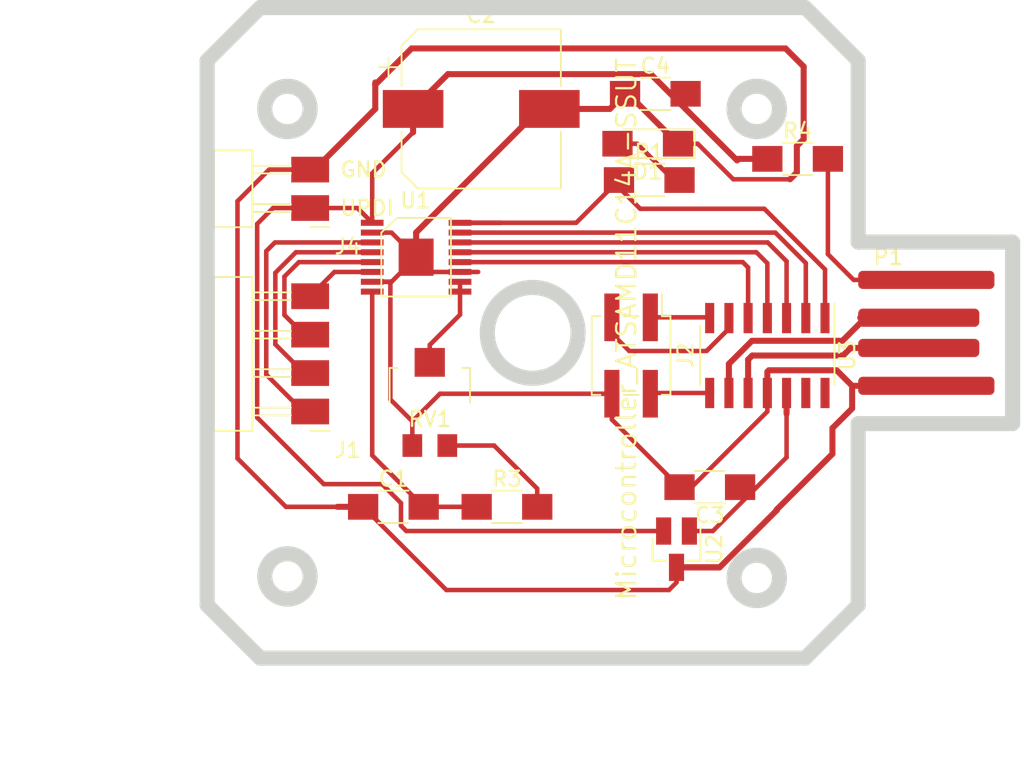
<source format=kicad_pcb>
(kicad_pcb (version 20211014) (generator pcbnew)
  (layers (0 "F.Cu" signal) (31 "B.Cu" signal) (34 "B.Paste" user) (35 "F.Paste" user) (36 "B.SilkS" user "B.Silkscreen") (37 "F.SilkS" user "F.Silkscreen") (38 "B.Mask" user) (39 "F.Mask" user) (44 "Edge.Cuts" user))
  (net 0 "")
  (net 1 "GND")
  (net 2 "+5V")
  (net 3 "+3V3")
  (net 4 "Net-(U1-Pad14)")
  (net 5 "Net-(U1-Pad12)")
  (net 6 "Net-(J2-Pad3)")
  (net 7 "Net-(J2-Pad1)")
  (net 8 "Net-(J2-Pad2)")
  (net 9 "Net-(P1-Pad2)")
  (net 10 "Net-(P1-Pad3)")
  (net 12 "Net-(R1-Pad2)")
  (net 13 "Net-(R3-Pad2)")
  (net 14 "Net-(C1-Pad2)")
  (net 15 "Net-(RV1-Pad2)")
  (net 16 "Net-(J1-Pad1)")
  (net 17 "Net-(J1-Pad2)")
  (net 18 "Net-(J1-Pad3)")
  (net 19 "Net-(J1-Pad4)")
  (net 20 "Net-(U3-Pad2)")
  (net 21 "Net-(U3-Pad4)")
  (net 22 "Net-(U3-Pad1)")
  (footprint "fab:R_1206" (layer "F.Cu") (at 63 143)
    (fp_text reference "R4" (at 0 -1.85) (layer "F.SilkS"))
    (fp_text value "0")
    (fp_line (start -1 -1.07) (end 1 -1.07) (layer "F.SilkS") (width 0.12))
    (fp_line (start 1 1.07) (end -1 1.07) (layer "F.SilkS") (width 0.12))
    (pad "1" smd rect locked (at -2 0) (size 2 1.7) (layers "F.Cu" "F.Paste" "F.Mask") (net 2 "+5V"))
    (pad "2" smd rect locked (at 2 0) (size 2 1.7) (layers "F.Cu" "F.Paste" "F.Mask") (net 2 "+5V"))
  )
  (footprint "fab:SOT-23" (layer "F.Cu") (at 55 168.8 -90)
    (fp_text reference "U2" (at 0 -2.5 90) (layer "F.SilkS"))
    (fp_text value "Regulator_Linear_LM3480-3.3V-100mA")
    (fp_line (start 0.76 -1.58) (end -1.4 -1.58) (layer "F.SilkS") (width 0.12))
    (fp_line (start 0.76 -1.58) (end 0.76 -0.65) (layer "F.SilkS") (width 0.12))
    (fp_line (start 0.76 1.58) (end 0.76 0.65) (layer "F.SilkS") (width 0.12))
    (fp_line (start 0.76 1.58) (end -0.7 1.58) (layer "F.SilkS") (width 0.12))
    (pad "1" smd rect locked (at -1.2 -0.85 270) (size 1.8 1) (layers "F.Cu" "F.Paste" "F.Mask") (net 3 "+3V3"))
    (pad "2" smd rect locked (at -1.2 0.85 270) (size 1.8 1) (layers "F.Cu" "F.Paste" "F.Mask") (net 2 "+5V"))
    (pad "3" smd rect locked (at 1.2 0 270) (size 1.8 1) (layers "F.Cu" "F.Paste" "F.Mask") (net 1 "GND"))
  )
  (footprint "fab:C_1206" (layer "F.Cu") (at 57.2 164.7 180)
    (fp_text reference "C3" (at 0 -1.85) (layer "F.SilkS"))
    (fp_text value "1uF")
    (fp_line (start 1 1.07) (end -1 1.07) (layer "F.SilkS") (width 0.12))
    (fp_line (start -1 -1.07) (end 1 -1.07) (layer "F.SilkS") (width 0.12))
    (pad "1" smd rect locked (at -2 0 180) (size 2 1.7) (layers "F.Cu" "F.Paste" "F.Mask") (net 3 "+3V3"))
    (pad "2" smd rect locked (at 2 0 180) (size 2 1.7) (layers "F.Cu" "F.Paste" "F.Mask") (net 1 "GND"))
  )
  (footprint "fab:C_1206" (layer "F.Cu") (at 36.3 166)
    (fp_text reference "C1" (at 0 -1.85) (layer "F.SilkS"))
    (fp_text value "1uF")
    (fp_line (start -1 -1.07) (end 1 -1.07) (layer "F.SilkS") (width 0.12))
    (fp_line (start 1 1.07) (end -1 1.07) (layer "F.SilkS") (width 0.12))
    (pad "1" smd rect locked (at -2 0) (size 2 1.7) (layers "F.Cu" "F.Paste" "F.Mask") (net 1 "GND"))
    (pad "2" smd rect locked (at 2 0) (size 2 1.7) (layers "F.Cu" "F.Paste" "F.Mask") (net 14 "Net-(C1-Pad2)"))
  )
  (footprint "fab:PinHeader_2x02_P2.54mm_Vertical_SMD" (layer "F.Cu") (at 52 156 -90)
    (fp_text reference "J2" (at 0 -3.6 90) (layer "F.SilkS"))
    (fp_text value "Conn_PinHeader_2x02_P2.54mm_Vertical_SMD")
    (fp_line (start -2.6 -0.51) (end -2.6 0.51) (layer "F.SilkS") (width 0.12))
    (fp_line (start -2.6 -2.6) (end -2.6 -2.03) (layer "F.SilkS") (width 0.12))
    (fp_line (start 2.6 -0.51) (end 2.6 0.51) (layer "F.SilkS") (width 0.12))
    (fp_line (start 2.6 -2.6) (end 2.6 -2.03) (layer "F.SilkS") (width 0.12))
    (fp_line (start -2.6 2.6) (end 2.6 2.6) (layer "F.SilkS") (width 0.12))
    (fp_line (start -2.6 -2.6) (end 2.6 -2.6) (layer "F.SilkS") (width 0.12))
    (fp_line (start 2.6 2.03) (end 2.6 2.6) (layer "F.SilkS") (width 0.12))
    (fp_line (start -4.04 -2.03) (end -2.6 -2.03) (layer "F.SilkS") (width 0.12))
    (fp_line (start -2.6 2.03) (end -2.6 2.6) (layer "F.SilkS") (width 0.12))
    (pad "1" smd rect locked (at -2.525 -1.27 270) (size 3.15 1) (layers "F.Cu" "F.Paste" "F.Mask") (net 7 "Net-(J2-Pad1)"))
    (pad "2" smd rect locked (at 2.525 -1.27 270) (size 3.15 1) (layers "F.Cu" "F.Paste" "F.Mask") (net 8 "Net-(J2-Pad2)"))
    (pad "3" smd rect locked (at -2.525 1.27 270) (size 3.15 1) (layers "F.Cu" "F.Paste" "F.Mask") (net 6 "Net-(J2-Pad3)"))
    (pad "4" smd rect locked (at 2.525 1.27 270) (size 3.15 1) (layers "F.Cu" "F.Paste" "F.Mask") (net 1 "GND"))
  )
  (footprint "fab:Potentiometer_TT_Model-23_4.5x5.0x3.0mm" (layer "F.Cu") (at 38.7 159.2)
    (fp_text reference "RV1" (at 0 1) (layer "F.SilkS"))
    (fp_text value "R_POT_10K_Trimmer")
    (fp_line (start -2.65 -0.1) (end -2.65 -2.38) (layer "F.SilkS") (width 0.12))
    (fp_line (start 2.15 -2.38) (end 2.66 -2.38) (layer "F.SilkS") (width 0.12))
    (fp_line (start -2.65 -2.38) (end -2.14 -2.38) (layer "F.SilkS") (width 0.12))
    (fp_line (start 2.66 -2.38) (end 2.66 -0.1) (layer "F.SilkS") (width 0.12))
    (pad "1" smd rect locked (at 1.16 2.75) (size 1.3 1.5) (layers "F.Cu" "F.Paste" "F.Mask") (net 13 "Net-(R3-Pad2)"))
    (pad "2" smd rect locked (at 0 -2.75) (size 2 1.9) (layers "F.Cu" "F.Paste" "F.Mask") (net 15 "Net-(RV1-Pad2)"))
    (pad "3" smd rect locked (at -1.15 2.75) (size 1.3 1.5) (layers "F.Cu" "F.Paste" "F.Mask") (net 1 "GND"))
  )
  (footprint "fab:PinHeader_1x04_P2.54mm_Horizontal_SMD" (layer "F.Cu") (at 30.8 159.7 180)
    (fp_text reference "J1" (at -1.524 -2.54) (layer "F.SilkS") (effects (justify left)))
    (fp_text value "Conn_PinHeader_1x04_P2.54mm_Horizontal_SMD")
    (fp_line (start 3.81 7.874) (end 1.27 7.874) (layer "F.SilkS") (width 0.12))
    (fp_line (start 3.81 8.89) (end 3.81 -1.27) (layer "F.SilkS") (width 0.12))
    (fp_line (start 3.81 2.794) (end 1.27 2.794) (layer "F.SilkS") (width 0.12))
    (fp_line (start 6.35 -1.27) (end 6.35 8.89) (layer "F.SilkS") (width 0.12))
    (fp_line (start -1.27 -1.27) (end 0 -1.27) (layer "F.SilkS") (width 0.12))
    (fp_line (start 3.81 -0.254) (end 1.27 -0.254) (layer "F.SilkS") (width 0.12))
    (fp_line (start 3.81 2.286) (end 1.27 2.286) (layer "F.SilkS") (width 0.12))
    (fp_line (start 3.81 7.366) (end 1.27 7.366) (layer "F.SilkS") (width 0.12))
    (fp_line (start 3.81 5.334) (end 1.27 5.334) (layer "F.SilkS") (width 0.12))
    (fp_line (start 3.81 4.826) (end 1.27 4.826) (layer "F.SilkS") (width 0.12))
    (fp_line (start 3.81 0.254) (end 1.27 0.254) (layer "F.SilkS") (width 0.12))
    (fp_line (start 3.81 -1.27) (end 6.35 -1.27) (layer "F.SilkS") (width 0.12))
    (fp_line (start 6.35 8.89) (end 3.81 8.89) (layer "F.SilkS") (width 0.12))
    (pad "1" smd rect locked (at 0 0 180) (size 2.5 1.7) (layers "F.Cu" "F.Paste" "F.Mask") (net 16 "Net-(J1-Pad1)"))
    (pad "2" smd rect locked (at 0 2.54 180) (size 2.5 1.7) (layers "F.Cu" "F.Paste" "F.Mask") (net 17 "Net-(J1-Pad2)"))
    (pad "3" smd rect locked (at 0 5.08 180) (size 2.5 1.7) (layers "F.Cu" "F.Paste" "F.Mask") (net 18 "Net-(J1-Pad3)"))
    (pad "4" smd rect locked (at 0 7.62 180) (size 2.5 1.7) (layers "F.Cu" "F.Paste" "F.Mask") (net 19 "Net-(J1-Pad4)"))
  )
  (footprint "fab:PinHeader_UPDI_01x02_P2.54mm_Horizontal_SMD" (layer "F.Cu") (at 30.8 146.25 180)
    (fp_text reference "J4" (at -1.524 -2.54) (layer "F.SilkS") (effects (justify left)))
    (fp_text value "Conn_PinHeader_1x02_P2.54mm_Horizontal_SMD")
    (fp_text user "UPDI" (at -1.905 0) (layer "F.SilkS") (effects (justify left)))
    (fp_text user "GND" (at -1.905 2.54) (layer "F.SilkS") (effects (justify left)))
    (fp_line (start 3.81 -0.254) (end 1.27 -0.254) (layer "F.SilkS") (width 0.12))
    (fp_line (start -1.27 -1.27) (end 0 -1.27) (layer "F.SilkS") (width 0.12))
    (fp_line (start 3.81 2.286) (end 1.27 2.286) (layer "F.SilkS") (width 0.12))
    (fp_line (start 6.35 3.81) (end 3.81 3.81) (layer "F.SilkS") (width 0.12))
    (fp_line (start 3.81 3.81) (end 3.81 -1.27) (layer "F.SilkS") (width 0.12))
    (fp_line (start 6.35 -1.27) (end 6.35 3.81) (layer "F.SilkS") (width 0.12))
    (fp_line (start 3.81 0.254) (end 1.27 0.254) (layer "F.SilkS") (width 0.12))
    (fp_line (start 3.81 -1.27) (end 6.35 -1.27) (layer "F.SilkS") (width 0.12))
    (fp_line (start 3.81 2.794) (end 1.27 2.794) (layer "F.SilkS") (width 0.12))
    (pad "1" smd rect locked (at 0 0 180) (size 2.5 1.7) (layers "F.Cu" "F.Paste" "F.Mask") (net 2 "+5V"))
    (pad "2" smd rect locked (at 0 2.54 180) (size 2.5 1.7) (layers "F.Cu" "F.Paste" "F.Mask") (net 1 "GND"))
  )
  (footprint "fab:C_1206" (layer "F.Cu") (at 53.6 138.7)
    (fp_text reference "C4" (at 0 -1.85) (layer "F.SilkS"))
    (fp_text value "0.01uF")
    (fp_line (start -1 -1.07) (end 1 -1.07) (layer "F.SilkS") (width 0.12))
    (fp_line (start 1 1.07) (end -1 1.07) (layer "F.SilkS") (width 0.12))
    (pad "1" smd rect locked (at -2 0) (size 2 1.7) (layers "F.Cu" "F.Paste" "F.Mask") (net 1 "GND"))
    (pad "2" smd rect locked (at 2 0) (size 2 1.7) (layers "F.Cu" "F.Paste" "F.Mask") (net 2 "+5V"))
  )
  (footprint "fab:HTSSOP-16" (layer "F.Cu") (at 37.8 149.5)
    (fp_text reference "U1" (at -0.05 -3.75) (layer "F.SilkS"))
    (fp_text value "MotorDriver_TI_DRV8428EPPWPR")
    (fp_line (start -2.3 2.6) (end -2.3 -1.625) (layer "F.SilkS") (width 0.12))
    (fp_line (start -1.25 -2.6) (end 2.3 -2.6) (layer "F.SilkS") (width 0.12))
    (fp_line (start -2.3 -1.625) (end -1.25 -2.6) (layer "F.SilkS") (width 0.12))
    (fp_line (start 2.3 2.6) (end -2.3 2.6) (layer "F.SilkS") (width 0.12))
    (fp_line (start 2.3 -2.6) (end 2.3 2.6) (layer "F.SilkS") (width 0.12))
    (pad "1" smd rect locked (at -2.9 -2.275 270) (size 0.4 1.5) (layers "F.Cu" "F.Paste" "F.Mask") (net 2 "+5V"))
    (pad "2" smd rect locked (at -2.9 -1.625 270) (size 0.4 1.5) (layers "F.Cu" "F.Paste" "F.Mask") (net 1 "GND"))
    (pad "3" smd rect locked (at -2.9 -0.975 270) (size 0.4 1.5) (layers "F.Cu" "F.Paste" "F.Mask") (net 16 "Net-(J1-Pad1)"))
    (pad "4" smd rect locked (at -2.9 -0.325 270) (size 0.4 1.5) (layers "F.Cu" "F.Paste" "F.Mask") (net 17 "Net-(J1-Pad2)"))
    (pad "5" smd rect locked (at -2.9 0.325 270) (size 0.4 1.5) (layers "F.Cu" "F.Paste" "F.Mask") (net 18 "Net-(J1-Pad3)"))
    (pad "6" smd rect locked (at -2.9 0.975 270) (size 0.4 1.5) (layers "F.Cu" "F.Paste" "F.Mask") (net 19 "Net-(J1-Pad4)"))
    (pad "7" smd rect locked (at -2.9 1.625 270) (size 0.4 1.5) (layers "F.Cu" "F.Paste" "F.Mask") (net 1 "GND"))
    (pad "8" smd rect locked (at -2.9 2.275 270) (size 0.4 1.5) (layers "F.Cu" "F.Paste" "F.Mask") (net 14 "Net-(C1-Pad2)"))
    (pad "9" smd rect locked (at 2.9 2.275 270) (size 0.4 1.5) (layers "F.Cu" "F.Paste" "F.Mask") (net 15 "Net-(RV1-Pad2)"))
    (pad "10" smd rect locked (at 2.9 1.625 270) (size 0.4 1.5) (layers "F.Cu" "F.Paste" "F.Mask") (net 15 "Net-(RV1-Pad2)"))
    (pad "11" smd rect locked (at 2.9 0.975 270) (size 0.4 1.5) (layers "F.Cu" "F.Paste" "F.Mask") (net 1 "GND"))
    (pad "12" smd rect locked (at 2.9 0.325 270) (size 0.4 1.5) (layers "F.Cu" "F.Paste" "F.Mask") (net 5 "Net-(U1-Pad12)"))
    (pad "13" smd rect locked (at 2.9 -0.325 270) (size 0.4 1.5) (layers "F.Cu" "F.Paste" "F.Mask") (net 21 "Net-(U3-Pad4)"))
    (pad "14" smd rect locked (at 2.9 -0.975 270) (size 0.4 1.5) (layers "F.Cu" "F.Paste" "F.Mask") (net 4 "Net-(U1-Pad14)"))
    (pad "15" smd rect locked (at 2.9 -1.625 270) (size 0.4 1.5) (layers "F.Cu" "F.Paste" "F.Mask") (net 20 "Net-(U3-Pad2)"))
    (pad "16" smd rect locked (at 2.9 -2.275 270) (size 0.4 1.5) (layers "F.Cu" "F.Paste" "F.Mask") (net 22 "Net-(U3-Pad1)"))
    (pad "17" smd rect locked (at 0 0 270) (size 2.46 2.31) (layers "F.Cu" "F.Paste" "F.Mask") (net 1 "GND"))
  )
  (footprint "fab:SOIC-14_3.9x8.7mm_P1.27mm" (layer "F.Cu") (at 61 156 -90)
    (fp_text reference "U3" (at 0 -5.28 90) (layer "F.SilkS"))
    (fp_text value "Microcontroller_ATSAMD11C14A-SSUT" (at -1.736522 9.301775 90) (layer "F.SilkS") (effects (font (size 1.27 1.27))))
    (fp_line (start 0 4.435) (end 1.95 4.435) (layer "F.SilkS") (width 0.12))
    (fp_line (start 0 -4.435) (end 1.95 -4.435) (layer "F.SilkS") (width 0.12))
    (fp_line (start 0 -4.435) (end -3.45 -4.435) (layer "F.SilkS") (width 0.12))
    (fp_line (start 0 4.435) (end -1.95 4.435) (layer "F.SilkS") (width 0.12))
    (pad "1" smd rect locked (at -2.475 -3.81 270) (size 2 0.6) (layers "F.Cu" "F.Paste" "F.Mask") (net 22 "Net-(U3-Pad1)"))
    (pad "2" smd rect locked (at -2.475 -2.54 270) (size 2 0.6) (layers "F.Cu" "F.Paste" "F.Mask") (net 20 "Net-(U3-Pad2)"))
    (pad "3" smd rect locked (at -2.475 -1.27 270) (size 2 0.6) (layers "F.Cu" "F.Paste" "F.Mask") (net 4 "Net-(U1-Pad14)"))
    (pad "4" smd rect locked (at -2.475 0 270) (size 2 0.6) (layers "F.Cu" "F.Paste" "F.Mask") (net 21 "Net-(U3-Pad4)"))
    (pad "5" smd rect locked (at -2.475 1.27 270) (size 2 0.6) (layers "F.Cu" "F.Paste" "F.Mask") (net 5 "Net-(U1-Pad12)"))
    (pad "6" smd rect locked (at -2.475 2.54 270) (size 2 0.6) (layers "F.Cu" "F.Paste" "F.Mask") (net 6 "Net-(J2-Pad3)"))
    (pad "7" smd rect locked (at -2.475 3.81 270) (size 2 0.6) (layers "F.Cu" "F.Paste" "F.Mask") (net 7 "Net-(J2-Pad1)"))
    (pad "8" smd rect locked (at 2.475 3.81 270) (size 2 0.6) (layers "F.Cu" "F.Paste" "F.Mask") (net 8 "Net-(J2-Pad2)"))
    (pad "9" smd rect locked (at 2.475 2.54 270) (size 2 0.6) (layers "F.Cu" "F.Paste" "F.Mask") (net 9 "Net-(P1-Pad2)"))
    (pad "10" smd rect locked (at 2.475 1.27 270) (size 2 0.6) (layers "F.Cu" "F.Paste" "F.Mask") (net 10 "Net-(P1-Pad3)"))
    (pad "11" smd rect locked (at 2.475 0 270) (size 2 0.6) (layers "F.Cu" "F.Paste" "F.Mask") (net 1 "GND"))
    (pad "12" smd rect locked (at 2.475 -1.27 270) (size 2 0.6) (layers "F.Cu" "F.Paste" "F.Mask") (net 3 "+3V3"))
    (pad "13" smd rect locked (at 2.475 -2.54 270) (size 2 0.6) (layers "F.Cu" "F.Paste" "F.Mask"))
    (pad "14" smd rect locked (at 2.475 -3.81 270) (size 2 0.6) (layers "F.Cu" "F.Paste" "F.Mask"))
  )
  (footprint "fab:R_1206" (layer "F.Cu") (at 43.8 166)
    (fp_text reference "R3" (at 0 -1.85) (layer "F.SilkS"))
    (fp_text value "10K")
    (fp_line (start 1 1.07) (end -1 1.07) (layer "F.SilkS") (width 0.12))
    (fp_line (start -1 -1.07) (end 1 -1.07) (layer "F.SilkS") (width 0.12))
    (pad "1" smd rect locked (at -2 0) (size 2 1.7) (layers "F.Cu" "F.Paste" "F.Mask") (net 14 "Net-(C1-Pad2)"))
    (pad "2" smd rect locked (at 2 0) (size 2 1.7) (layers "F.Cu" "F.Paste" "F.Mask") (net 13 "Net-(R3-Pad2)"))
  )
  (footprint "fab:R_1206" (layer "F.Cu") (at 53.2 144.4)
    (fp_text reference "R1" (at 0 -1.85) (layer "F.SilkS"))
    (fp_text value "1k")
    (fp_line (start -1 -1.07) (end 1 -1.07) (layer "F.SilkS") (width 0.12))
    (fp_line (start 1 1.07) (end -1 1.07) (layer "F.SilkS") (width 0.12))
    (pad "1" smd rect locked (at -2 0) (size 2 1.7) (layers "F.Cu" "F.Paste" "F.Mask") (net 22 "Net-(U3-Pad1)"))
    (pad "2" smd rect locked (at 2 0) (size 2 1.7) (layers "F.Cu" "F.Paste" "F.Mask") (net 12 "Net-(R1-Pad2)"))
  )
  (footprint "fab:LED_1206" (layer "F.Cu") (at 53.1 142 180)
    (fp_text reference "D1" (at 0 -1.85) (layer "F.SilkS"))
    (fp_text value "LED")
    (fp_line (start -3.1 -0.95) (end 1.6 -0.95) (layer "F.SilkS") (width 0.12))
    (fp_line (start -3.1 -0.95) (end -3.1 0.95) (layer "F.SilkS") (width 0.12))
    (fp_line (start -3.1 0.95) (end 1.6 0.95) (layer "F.SilkS") (width 0.12))
    (pad "1" smd rect locked (at -2 0 180) (size 2 1.7) (layers "F.Cu" "F.Paste" "F.Mask") (net 1 "GND"))
    (pad "2" smd rect locked (at 2 0 180) (size 2 1.7) (layers "F.Cu" "F.Paste" "F.Mask") (net 12 "Net-(R1-Pad2)"))
  )
  (footprint "fab:CP_Elec_10x10mm" (layer "F.Cu") (at 42.1 139.7)
    (fp_text reference "C2" (at 0 -6.2) (layer "F.SilkS"))
    (fp_text value "100uF")
    (fp_line (start -4.195563 -5.26) (end 5.26 -5.26) (layer "F.SilkS") (width 0.12))
    (fp_line (start 5.26 -5.26) (end 5.26 -1.51) (layer "F.SilkS") (width 0.12))
    (fp_line (start -5.26 4.195563) (end -5.26 1.51) (layer "F.SilkS") (width 0.12))
    (fp_line (start -5.26 4.195563) (end -4.195563 5.26) (layer "F.SilkS") (width 0.12))
    (fp_line (start -4.195563 5.26) (end 5.26 5.26) (layer "F.SilkS") (width 0.12))
    (fp_line (start -6.75 -2.76) (end -5.5 -2.76) (layer "F.SilkS") (width 0.12))
    (fp_line (start 5.26 5.26) (end 5.26 1.51) (layer "F.SilkS") (width 0.12))
    (fp_line (start -5.26 -4.195563) (end -4.195563 -5.26) (layer "F.SilkS") (width 0.12))
    (fp_line (start -6.125 -3.385) (end -6.125 -2.135) (layer "F.SilkS") (width 0.12))
    (fp_line (start -5.26 -4.195563) (end -5.26 -1.51) (layer "F.SilkS") (width 0.12))
    (pad "1" smd rect locked (at -4.5 0) (size 4 2.5) (layers "F.Cu" "F.Paste" "F.Mask") (net 2 "+5V"))
    (pad "2" smd rect locked (at 4.5 0) (size 4 2.5) (layers "F.Cu" "F.Paste" "F.Mask") (net 1 "GND"))
  )
  (footprint "fab:Conn_USB_A_Plain" (layer "F.Cu") (at 71 154.5)
    (fp_text reference "P1" (at -2 -5 unlocked) (layer "F.SilkS"))
    (fp_text value "Conn_USB_A_Plain")
    (pad "1" smd roundrect (at 0.5 -3.5) (size 9 1.2) (layers "F.Cu" "F.Paste" "F.Mask") (net 2 "+5V"))
    (pad "2" smd roundrect (at 0 -1) (size 8 1.2) (layers "F.Cu" "F.Paste" "F.Mask") (net 9 "Net-(P1-Pad2)"))
    (pad "3" smd roundrect (at 0 1) (size 8 1.2) (layers "F.Cu" "F.Paste" "F.Mask") (net 10 "Net-(P1-Pad3)"))
    (pad "4" smd roundrect (at 0.5 3.5) (size 9 1.2) (layers "F.Cu" "F.Paste" "F.Mask") (net 1 "GND"))
  )
  (gr_circle (center 29.3 139.7) (end 30.8 139.7) (layer "Edge.Cuts") (width 1) (fill none))
  (gr_line (start 67 136.5) (end 63.5 133) (layer "Edge.Cuts") (width 1))
  (gr_line (start 67 160.5) (end 67 172.5) (layer "Edge.Cuts") (width 1))
  (gr_line (start 77.2 148.5) (end 77.2 160.5) (layer "Edge.Cuts") (width 1))
  (gr_line (start 67 136.5) (end 67 148.499088) (layer "Edge.Cuts") (width 1))
  (gr_line (start 27.5 133) (end 63.5 133) (layer "Edge.Cuts") (width 1))
  (gr_circle (center 60.3 170.7) (end 61.8 170.7) (layer "Edge.Cuts") (width 1) (fill none))
  (gr_line (start 24 172.5) (end 24 136.5) (layer "Edge.Cuts") (width 1))
  (gr_line (start 67 172.5) (end 63.5 176) (layer "Edge.Cuts") (width 1))
  (gr_line (start 67 160.5) (end 77.2 160.5) (layer "Edge.Cuts") (width 1))
  (gr_line (start 63.5 176) (end 27.5 176) (layer "Edge.Cuts") (width 1))
  (gr_line (start 27.5 133) (end 24 136.5) (layer "Edge.Cuts") (width 1))
  (gr_line (start 24 172.5) (end 27.5 176) (layer "Edge.Cuts") (width 1))
  (gr_circle (center 29.3 170.6) (end 30.8 170.6) (layer "Edge.Cuts") (width 1) (fill none))
  (gr_circle (center 60.3 139.7) (end 61.8 139.7) (layer "Edge.Cuts") (width 1) (fill none))
  (gr_line (start 67 148.499088) (end 77.2 148.5) (layer "Edge.Cuts") (width 1))
  (gr_circle (center 45.5 154.5) (end 48.5 154.5) (layer "Edge.Cuts") (width 1) (fill none))
  (segment (start 29.2 166) (end 34.3 166) (width 0.3) (layer "F.Cu") (net 1))
  (segment (start 40.7 150.475) (end 41.899022 150.475) (width 0.3) (layer "F.Cu") (net 1))
  (segment (start 34.9 147.875) (end 36.175 147.875) (width 0.3) (layer "F.Cu") (net 1))
  (segment (start 63.4 141.7) (end 63.4 136.9) (width 0.4) (layer "F.Cu") (net 1))
  (segment (start 61 157.075) (end 61 158.475) (width 0.4) (layer "F.Cu") (net 1))
  (segment (start 51.8 138.7) (end 51.6 138.7) (width 0.3) (layer "F.Cu") (net 1))
  (segment (start 55.1 142) (end 56.4 142) (width 0.3) (layer "F.Cu") (net 1))
  (segment (start 34.9 151.125) (end 36.099022 151.125) (width 0.3) (layer "F.Cu") (net 1))
  (segment (start 39.375978 158.525) (end 37.55 160.350978) (width 0.3) (layer "F.Cu") (net 1))
  (segment (start 37.55 160.350978) (end 37.55 161.95) (width 0.3) (layer "F.Cu") (net 1))
  (segment (start 36.099022 151.125) (end 36.099511 151.125489) (width 0.3) (layer "F.Cu") (net 1))
  (segment (start 61.624511 166.175489) (end 61.624511 166.224511) (width 0.4) (layer "F.Cu") (net 1))
  (segment (start 71.5 158) (end 66.6 158) (width 0.4) (layer "F.Cu") (net 1))
  (segment (start 61 159.7) (end 61 158.475) (width 0.3) (layer "F.Cu") (net 1))
  (segment (start 62.2 135.7) (end 37.500978 135.7) (width 0.4) (layer "F.Cu") (net 1))
  (segment (start 54.500481 171.499519) (end 55 171) (width 0.3) (layer "F.Cu") (net 1))
  (segment (start 28.09 143.71) (end 26 145.8) (width 0.3) (layer "F.Cu") (net 1))
  (segment (start 66.6 158) (end 65.575489 156.975489) (width 0.4) (layer "F.Cu") (net 1))
  (segment (start 58.749511 144.349511) (end 62.499511 144.349511) (width 0.3) (layer "F.Cu") (net 1))
  (segment (start 62.95 143.899022) (end 62.499511 144.349511) (width 0.4) (layer "F.Cu") (net 1))
  (segment (start 63.4 136.9) (end 62.2 135.7) (width 0.4) (layer "F.Cu") (net 1))
  (segment (start 66.6 159.5) (end 65.3 160.8) (width 0.4) (layer "F.Cu") (net 1))
  (segment (start 45.97 139.7) (end 46.6 139.7) (width 0.4) (layer "F.Cu") (net 1))
  (segment (start 36.175 151.125) (end 37.8 149.5) (width 0.3) (layer "F.Cu") (net 1))
  (segment (start 65.3 162.5) (end 61.624511 166.175489) (width 0.4) (layer "F.Cu") (net 1))
  (segment (start 65.3 160.8) (end 65.3 162.5) (width 0.4) (layer "F.Cu") (net 1))
  (segment (start 55 171) (end 55 170) (width 0.3) (layer "F.Cu") (net 1))
  (segment (start 40.7 150.475) (end 38.775 150.475) (width 0.3) (layer "F.Cu") (net 1))
  (segment (start 50.6 139.7) (end 51.6 138.7) (width 0.4) (layer "F.Cu") (net 1))
  (segment (start 35.100489 139.699511) (end 30.8 144) (width 0.4) (layer "F.Cu") (net 1))
  (segment (start 55.1 142) (end 51.8 138.7) (width 0.4) (layer "F.Cu") (net 1))
  (segment (start 66.6 158) (end 66.6 159.5) (width 0.4) (layer "F.Cu") (net 1))
  (segment (start 35.100489 137.950489) (end 35.100489 138.100489) (width 0.4) (layer "F.Cu") (net 1))
  (segment (start 26 162.8) (end 29.2 166) (width 0.3) (layer "F.Cu") (net 1))
  (segment (start 30.8 143.71) (end 28.09 143.71) (width 0.3) (layer "F.Cu") (net 1))
  (segment (start 37.8 147.87) (end 45.97 139.7) (width 0.4) (layer "F.Cu") (net 1))
  (segment (start 36.099511 151.125489) (end 36.099511 158.900489) (width 0.3) (layer "F.Cu") (net 1))
  (segment (start 56 164.7) (end 61 159.7) (width 0.3) (layer "F.Cu") (net 1))
  (segment (start 34.9 151.125) (end 36.175 151.125) (width 0.3) (layer "F.Cu") (net 1))
  (segment (start 35.100489 138.100489) (end 35.100489 139.699511) (width 0.4) (layer "F.Cu") (net 1))
  (segment (start 57.849022 170) (end 55 170) (width 0.4) (layer "F.Cu") (net 1))
  (segment (start 34.3 166) (end 32.6 166) (width 0.4) (layer "F.Cu") (net 1))
  (segment (start 37.8 149.5) (end 37.8 147.87) (width 0.4) (layer "F.Cu") (net 1))
  (segment (start 37.500978 135.7) (end 35.100489 138.100489) (width 0.4) (layer "F.Cu") (net 1))
  (segment (start 34.3 166) (end 39.799519 171.499519) (width 0.3) (layer "F.Cu") (net 1))
  (segment (start 62.95 142.15) (end 63.4 141.7) (width 0.4) (layer "F.Cu") (net 1))
  (segment (start 55.2 164.7) (end 56 164.7) (width 0.3) (layer "F.Cu") (net 1))
  (segment (start 50.73 158.525) (end 39.375978 158.525) (width 0.3) (layer "F.Cu") (net 1))
  (segment (start 61.099511 156.975489) (end 61 157.075) (width 0.4) (layer "F.Cu") (net 1))
  (segment (start 38.775 150.475) (end 37.8 149.5) (width 0.3) (layer "F.Cu") (net 1))
  (segment (start 57.8 170) (end 55 170) (width 0.4) (layer "F.Cu") (net 1))
  (segment (start 62.95 142.15) (end 62.95 143.899022) (width 0.4) (layer "F.Cu") (net 1))
  (segment (start 36.175 147.875) (end 37.8 149.5) (width 0.3) (layer "F.Cu") (net 1))
  (segment (start 65.575489 156.975489) (end 61.099511 156.975489) (width 0.4) (layer "F.Cu") (net 1))
  (segment (start 62.949511 142.150489) (end 62.95 142.15) (width 0.4) (layer "F.Cu") (net 1))
  (segment (start 61.624511 166.224511) (end 57.849022 170) (width 0.4) (layer "F.Cu") (net 1))
  (segment (start 39.799519 171.499519) (end 54.500481 171.499519) (width 0.3) (layer "F.Cu") (net 1))
  (segment (start 36.099511 158.900489) (end 37.55 160.350978) (width 0.3) (layer "F.Cu") (net 1))
  (segment (start 50.73 160.23) (end 55.2 164.7) (width 0.3) (layer "F.Cu") (net 1))
  (segment (start 26 145.8) (end 26 162.8) (width 0.3) (layer "F.Cu") (net 1))
  (segment (start 50.73 158.525) (end 50.73 160.23) (width 0.3) (layer "F.Cu") (net 1))
  (segment (start 71.5 158) (end 68.1 158) (width 0.4) (layer "F.Cu") (net 1))
  (segment (start 56.4 142) (end 58.749511 144.349511) (width 0.3) (layer "F.Cu") (net 1))
  (segment (start 46.6 139.7) (end 50.6 139.7) (width 0.4) (layer "F.Cu") (net 1))
  (segment (start 27.3 147.3) (end 27.3 160.1) (width 0.3) (layer "F.Cu") (net 2))
  (segment (start 65 143) (end 65 149.3) (width 0.3) (layer "F.Cu") (net 2))
  (segment (start 30.8 146.25) (end 33.925 146.25) (width 0.3) (layer "F.Cu") (net 2))
  (segment (start 36.8 167.249022) (end 37.150978 167.6) (width 0.3) (layer "F.Cu") (net 2))
  (segment (start 31.7 164.5) (end 35.549022 164.5) (width 0.3) (layer "F.Cu") (net 2))
  (segment (start 37.6 141.25) (end 37.6 139.7) (width 0.4) (layer "F.Cu") (net 2))
  (segment (start 66.7 151) (end 71.5 151) (width 0.3) (layer "F.Cu") (net 2))
  (segment (start 30.8 146.25) (end 28.35 146.25) (width 0.3) (layer "F.Cu") (net 2))
  (segment (start 34.9 143.95) (end 37.6 141.25) (width 0.3) (layer "F.Cu") (net 2))
  (segment (start 37.150978 167.6) (end 54.15 167.6) (width 0.3) (layer "F.Cu") (net 2))
  (segment (start 39.9 137.4) (end 37.6 139.7) (width 0.4) (layer "F.Cu") (net 2))
  (segment (start 59 143.1) (end 55.6 139.7) (width 0.4) (layer "F.Cu") (net 2))
  (segment (start 33.925 146.25) (end 34.9 147.225) (width 0.3) (layer "F.Cu") (net 2))
  (segment (start 53.3 137.4) (end 39.9 137.4) (width 0.4) (layer "F.Cu") (net 2))
  (segment (start 28.35 146.25) (end 27.3 147.3) (width 0.3) (layer "F.Cu") (net 2))
  (segment (start 55.6 139.7) (end 53.3 137.4) (width 0.4) (layer "F.Cu") (net 2))
  (segment (start 65 149.3) (end 66.7 151) (width 0.3) (layer "F.Cu") (net 2))
  (segment (start 27.3 160.1) (end 31.7 164.5) (width 0.3) (layer "F.Cu") (net 2))
  (segment (start 35.549022 164.5) (end 36.8 165.750978) (width 0.3) (layer "F.Cu") (net 2))
  (segment (start 59 143.1) (end 59.1 143) (width 0.4) (layer "F.Cu") (net 2))
  (segment (start 36.8 165.750978) (end 36.8 167.249022) (width 0.3) (layer "F.Cu") (net 2))
  (segment (start 34.9 147.225) (end 34.9 143.95) (width 0.3) (layer "F.Cu") (net 2))
  (segment (start 59.1 143) (end 61 143) (width 0.4) (layer "F.Cu") (net 2))
  (segment (start 55.85 167.6) (end 57.4 167.6) (width 0.3) (layer "F.Cu") (net 3))
  (segment (start 60.3 164.7) (end 62.27 162.73) (width 0.3) (layer "F.Cu") (net 3))
  (segment (start 57.4 167.6) (end 60.3 164.7) (width 0.3) (layer "F.Cu") (net 3))
  (segment (start 62.27 158.475) (end 62.27 159.84427) (width 0.4) (layer "F.Cu") (net 3))
  (segment (start 62.27 162.73) (end 62.27 158.475) (width 0.3) (layer "F.Cu") (net 3))
  (segment (start 61.025 148.525) (end 62.27 149.77) (width 0.3) (layer "F.Cu") (net 4))
  (segment (start 62.27 149.77) (end 62.27 153.525) (width 0.3) (layer "F.Cu") (net 4))
  (segment (start 40.7 148.525) (end 61.025 148.525) (width 0.3) (layer "F.Cu") (net 4))
  (segment (start 59.375 149.825) (end 59.73 150.18) (width 0.3) (layer "F.Cu") (net 5))
  (segment (start 59.73 150.18) (end 59.73 153.525) (width 0.3) (layer "F.Cu") (net 5))
  (segment (start 40.7 149.825) (end 59.375 149.825) (width 0.3) (layer "F.Cu") (net 5))
  (segment (start 58.46 154.225) (end 56.985 155.7) (width 0.3) (layer "F.Cu") (net 6))
  (segment (start 50.73 154.55) (end 50.73 153.475) (width 0.3) (layer "F.Cu") (net 6))
  (segment (start 51.88 155.7) (end 50.73 154.55) (width 0.3) (layer "F.Cu") (net 6))
  (segment (start 58.46 153.525) (end 58.46 154.225) (width 0.3) (layer "F.Cu") (net 6))
  (segment (start 56.985 155.7) (end 51.88 155.7) (width 0.3) (layer "F.Cu") (net 6))
  (segment (start 57.14 153.475) (end 57.19 153.525) (width 0.3) (layer "F.Cu") (net 7))
  (segment (start 53.27 153.475) (end 57.14 153.475) (width 0.3) (layer "F.Cu") (net 7))
  (segment (start 53.32 158.475) (end 53.27 158.525) (width 0.3) (layer "F.Cu") (net 8))
  (segment (start 57.19 158.475) (end 53.32 158.475) (width 0.3) (layer "F.Cu") (net 8))
  (segment (start 67.486219 153.5) (end 71 153.5) (width 0.4) (layer "F.Cu") (net 9))
  (segment (start 71 153.5) (end 67.134022 153.5) (width 0.4) (layer "F.Cu") (net 9))
  (segment (start 58.46 156.55073) (end 59.986219 155.024511) (width 0.4) (layer "F.Cu") (net 9))
  (segment (start 65.961708 155.024511) (end 67.486219 153.5) (width 0.4) (layer "F.Cu") (net 9))
  (segment (start 59.986219 155.024511) (end 65.961708 155.024511) (width 0.4) (layer "F.Cu") (net 9))
  (segment (start 58.46 158.475) (end 58.46 156.55073) (width 0.4) (layer "F.Cu") (net 9))
  (segment (start 71 155.5) (end 66.475489 155.5) (width 0.4) (layer "F.Cu") (net 10))
  (segment (start 59.73 156.27) (end 59.73 158.475) (width 0.4) (layer "F.Cu") (net 10))
  (segment (start 66.475489 155.5) (end 66.475489 155.524511) (width 0.4) (layer "F.Cu") (net 10))
  (segment (start 66.475489 155.524511) (end 66 156) (width 0.4) (layer "F.Cu") (net 10))
  (segment (start 60 156) (end 59.73 156.27) (width 0.4) (layer "F.Cu") (net 10))
  (segment (start 66 156) (end 60 156) (width 0.4) (layer "F.Cu") (net 10))
  (segment (start 54.8 144.4) (end 55.2 144.4) (width 0.3) (layer "F.Cu") (net 12))
  (segment (start 51.1 142) (end 52.4 142) (width 0.3) (layer "F.Cu") (net 12))
  (segment (start 52.4 142) (end 54.8 144.4) (width 0.3) (layer "F.Cu") (net 12))
  (segment (start 42.95 161.95) (end 45.8 164.8) (width 0.3) (layer "F.Cu") (net 13))
  (segment (start 45.8 164.8) (end 45.8 166) (width 0.3) (layer "F.Cu") (net 13))
  (segment (start 39.86 161.95) (end 42.95 161.95) (width 0.3) (layer "F.Cu") (net 13))
  (segment (start 38.3 166) (end 41.8 166) (width 0.3) (layer "F.Cu") (net 14))
  (segment (start 34.9 151.775) (end 34.9 162.6) (width 0.3) (layer "F.Cu") (net 14))
  (segment (start 34.9 162.6) (end 38.3 166) (width 0.3) (layer "F.Cu") (net 14))
  (segment (start 38.7 155.3) (end 40.7 153.3) (width 0.3) (layer "F.Cu") (net 15))
  (segment (start 38.7 156.45) (end 38.7 155.3) (width 0.3) (layer "F.Cu") (net 15))
  (segment (start 40.7 151.775) (end 40.7 151.125) (width 0.3) (layer "F.Cu") (net 15))
  (segment (start 40.7 153.3) (end 40.7 151.775) (width 0.3) (layer "F.Cu") (net 15))
  (segment (start 28.475 148.525) (end 34.9 148.525) (width 0.3) (layer "F.Cu") (net 16))
  (segment (start 30.340978 159.7) (end 27.901449 157.260471) (width 0.3) (layer "F.Cu") (net 16))
  (segment (start 30.8 159.7) (end 30.340978 159.7) (width 0.3) (layer "F.Cu") (net 16))
  (segment (start 27.901449 149.098551) (end 28.475 148.525) (width 0.3) (layer "F.Cu") (net 16))
  (segment (start 27.901449 157.260471) (end 27.901449 149.098551) (width 0.3) (layer "F.Cu") (net 16))
  (segment (start 28.500969 155.260969) (end 28.500969 150.532159) (width 0.3) (layer "F.Cu") (net 17))
  (segment (start 28.500969 150.532159) (end 29.858128 149.175) (width 0.3) (layer "F.Cu") (net 17))
  (segment (start 30.8 157.16) (end 30.4 157.16) (width 0.3) (layer "F.Cu") (net 17))
  (segment (start 30.4 157.16) (end 28.500969 155.260969) (width 0.3) (layer "F.Cu") (net 17))
  (segment (start 29.858128 149.175) (end 34.9 149.175) (width 0.3) (layer "F.Cu") (net 17))
  (segment (start 30.8 154.62) (end 30.4 154.62) (width 0.3) (layer "F.Cu") (net 18))
  (segment (start 30.4 154.62) (end 29.100489 153.320489) (width 0.3) (layer "F.Cu") (net 18))
  (segment (start 29.100489 153.320489) (end 29.100489 150.780489) (width 0.3) (layer "F.Cu") (net 18))
  (segment (start 30.055978 149.825) (end 34.9 149.825) (width 0.3) (layer "F.Cu") (net 18))
  (segment (start 29.100489 150.780489) (end 30.055978 149.825) (width 0.3) (layer "F.Cu") (net 18))
  (segment (start 32.405 150.475) (end 34.9 150.475) (width 0.3) (layer "F.Cu") (net 19))
  (segment (start 30.8 152.08) (end 32.405 150.475) (width 0.3) (layer "F.Cu") (net 19))
  (segment (start 61.52715 147.875) (end 63.54 149.88785) (width 0.3) (layer "F.Cu") (net 20))
  (segment (start 63.54 149.88785) (end 63.54 153.525) (width 0.3) (layer "F.Cu") (net 20))
  (segment (start 40.7 147.875) (end 61.52715 147.875) (width 0.3) (layer "F.Cu") (net 20))
  (segment (start 40.7 149.175) (end 60.275 149.175) (width 0.3) (layer "F.Cu") (net 21))
  (segment (start 60.275 149.175) (end 61 149.9) (width 0.3) (layer "F.Cu") (net 21))
  (segment (start 61 149.9) (end 61 153.525) (width 0.3) (layer "F.Cu") (net 21))
  (segment (start 51.2 144.9) (end 51.2 144.4) (width 0.3) (layer "F.Cu") (net 22))
  (segment (start 48.375 147.225) (end 51.2 144.4) (width 0.3) (layer "F.Cu") (net 22))
  (segment (start 64.81 153.525) (end 64.81 150.31) (width 0.3) (layer "F.Cu") (net 22))
  (segment (start 60.8 146.3) (end 52.6 146.3) (width 0.3) (layer "F.Cu") (net 22))
  (segment (start 40.7 147.225) (end 48.375 147.225) (width 0.3) (layer "F.Cu") (net 22))
  (segment (start 52.6 146.3) (end 51.2 144.9) (width 0.3) (layer "F.Cu") (net 22))
  (segment (start 40.7 147.225) (end 43.375 147.225) (width 0.3) (layer "F.Cu") (net 22))
  (segment (start 64.81 150.31) (end 60.8 146.3) (width 0.3) (layer "F.Cu") (net 22))
)
</source>
